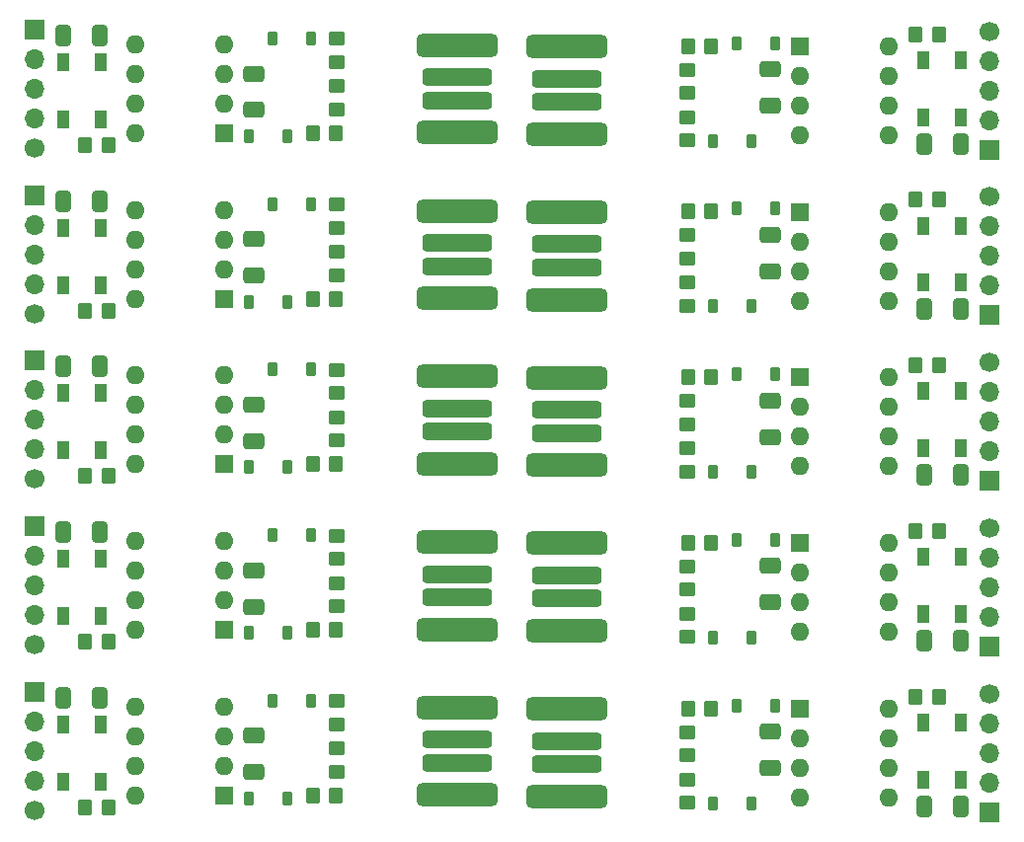
<source format=gbr>
%TF.GenerationSoftware,KiCad,Pcbnew,7.0.7*%
%TF.CreationDate,2023-09-18T18:06:58+02:00*%
%TF.ProjectId,attiny-usb_panel,61747469-6e79-42d7-9573-625f70616e65,rev?*%
%TF.SameCoordinates,Original*%
%TF.FileFunction,Soldermask,Top*%
%TF.FilePolarity,Negative*%
%FSLAX46Y46*%
G04 Gerber Fmt 4.6, Leading zero omitted, Abs format (unit mm)*
G04 Created by KiCad (PCBNEW 7.0.7) date 2023-09-18 18:06:58*
%MOMM*%
%LPD*%
G01*
G04 APERTURE LIST*
G04 Aperture macros list*
%AMRoundRect*
0 Rectangle with rounded corners*
0 $1 Rounding radius*
0 $2 $3 $4 $5 $6 $7 $8 $9 X,Y pos of 4 corners*
0 Add a 4 corners polygon primitive as box body*
4,1,4,$2,$3,$4,$5,$6,$7,$8,$9,$2,$3,0*
0 Add four circle primitives for the rounded corners*
1,1,$1+$1,$2,$3*
1,1,$1+$1,$4,$5*
1,1,$1+$1,$6,$7*
1,1,$1+$1,$8,$9*
0 Add four rect primitives between the rounded corners*
20,1,$1+$1,$2,$3,$4,$5,0*
20,1,$1+$1,$4,$5,$6,$7,0*
20,1,$1+$1,$6,$7,$8,$9,0*
20,1,$1+$1,$8,$9,$2,$3,0*%
G04 Aperture macros list end*
%ADD10RoundRect,0.500000X3.000000X0.500000X-3.000000X0.500000X-3.000000X-0.500000X3.000000X-0.500000X0*%
%ADD11RoundRect,0.375000X2.625000X0.375000X-2.625000X0.375000X-2.625000X-0.375000X2.625000X-0.375000X0*%
%ADD12RoundRect,0.225000X0.225000X0.375000X-0.225000X0.375000X-0.225000X-0.375000X0.225000X-0.375000X0*%
%ADD13RoundRect,0.250000X0.450000X-0.350000X0.450000X0.350000X-0.450000X0.350000X-0.450000X-0.350000X0*%
%ADD14RoundRect,0.250000X0.350000X0.450000X-0.350000X0.450000X-0.350000X-0.450000X0.350000X-0.450000X0*%
%ADD15RoundRect,0.250000X-0.350000X-0.450000X0.350000X-0.450000X0.350000X0.450000X-0.350000X0.450000X0*%
%ADD16RoundRect,0.250000X-0.450000X0.350000X-0.450000X-0.350000X0.450000X-0.350000X0.450000X0.350000X0*%
%ADD17R,1.600000X1.600000*%
%ADD18O,1.600000X1.600000*%
%ADD19R,1.000000X1.500000*%
%ADD20RoundRect,0.250000X0.412500X0.650000X-0.412500X0.650000X-0.412500X-0.650000X0.412500X-0.650000X0*%
%ADD21RoundRect,0.225000X-0.225000X-0.375000X0.225000X-0.375000X0.225000X0.375000X-0.225000X0.375000X0*%
%ADD22RoundRect,0.500000X-3.000000X-0.500000X3.000000X-0.500000X3.000000X0.500000X-3.000000X0.500000X0*%
%ADD23RoundRect,0.375000X-2.625000X-0.375000X2.625000X-0.375000X2.625000X0.375000X-2.625000X0.375000X0*%
%ADD24RoundRect,0.250000X-0.412500X-0.650000X0.412500X-0.650000X0.412500X0.650000X-0.412500X0.650000X0*%
%ADD25RoundRect,0.250000X0.650000X-0.412500X0.650000X0.412500X-0.650000X0.412500X-0.650000X-0.412500X0*%
%ADD26C,1.700000*%
%ADD27O,1.700000X1.700000*%
%ADD28R,1.700000X1.700000*%
%ADD29RoundRect,0.250000X-0.650000X0.412500X-0.650000X-0.412500X0.650000X-0.412500X0.650000X0.412500X0*%
G04 APERTURE END LIST*
D10*
%TO.C,U2*%
X94324000Y-52994000D03*
D11*
X94324000Y-50244000D03*
X94324000Y-48244000D03*
D10*
X94324000Y-45494000D03*
%TD*%
D12*
%TO.C,D2*%
X81794000Y-44910000D03*
X78494000Y-44910000D03*
%TD*%
D13*
%TO.C,R1*%
X83954000Y-46942000D03*
X83954000Y-44942000D03*
%TD*%
D14*
%TO.C,R4*%
X83922000Y-53038000D03*
X81922000Y-53038000D03*
%TD*%
D15*
%TO.C,R3*%
X62380000Y-54054000D03*
X64380000Y-54054000D03*
%TD*%
D16*
%TO.C,R2*%
X83954000Y-49006000D03*
X83954000Y-51006000D03*
%TD*%
D17*
%TO.C,U1*%
X74292000Y-53028000D03*
D18*
X74292000Y-50488000D03*
X74292000Y-47948000D03*
X74292000Y-45408000D03*
X66672000Y-45408000D03*
X66672000Y-47948000D03*
X66672000Y-50488000D03*
X66672000Y-53028000D03*
%TD*%
D12*
%TO.C,D1*%
X79762000Y-53292000D03*
X76462000Y-53292000D03*
%TD*%
D19*
%TO.C,D3*%
X60510000Y-51842000D03*
X63710000Y-51842000D03*
X63710000Y-46942000D03*
X60510000Y-46942000D03*
%TD*%
D20*
%TO.C,C1*%
X63672500Y-44656000D03*
X60547500Y-44656000D03*
%TD*%
D21*
%TO.C,D2*%
X116206000Y-53690000D03*
X119506000Y-53690000D03*
%TD*%
D15*
%TO.C,R4*%
X114078000Y-45562000D03*
X116078000Y-45562000D03*
%TD*%
D22*
%TO.C,U2*%
X103676000Y-45606000D03*
D23*
X103676000Y-48356000D03*
X103676000Y-50356000D03*
D22*
X103676000Y-53106000D03*
%TD*%
D16*
%TO.C,R1*%
X114046000Y-51658000D03*
X114046000Y-53658000D03*
%TD*%
D24*
%TO.C,C1*%
X134327500Y-53944000D03*
X137452500Y-53944000D03*
%TD*%
D19*
%TO.C,D3*%
X137490000Y-46758000D03*
X134290000Y-46758000D03*
X134290000Y-51658000D03*
X137490000Y-51658000D03*
%TD*%
D14*
%TO.C,R3*%
X135620000Y-44546000D03*
X133620000Y-44546000D03*
%TD*%
D25*
%TO.C,C2*%
X121158000Y-50680500D03*
X121158000Y-47555500D03*
%TD*%
D26*
%TO.C,J1*%
X139954000Y-44297000D03*
D27*
X139954000Y-46837000D03*
X139954000Y-49377000D03*
X139954000Y-51917000D03*
D28*
X139954000Y-54457000D03*
%TD*%
D13*
%TO.C,R2*%
X114046000Y-49594000D03*
X114046000Y-47594000D03*
%TD*%
D17*
%TO.C,U1*%
X123708000Y-45572000D03*
D18*
X123708000Y-48112000D03*
X123708000Y-50652000D03*
X123708000Y-53192000D03*
X131328000Y-53192000D03*
X131328000Y-50652000D03*
X131328000Y-48112000D03*
X131328000Y-45572000D03*
%TD*%
D29*
%TO.C,C2*%
X76842000Y-47919500D03*
X76842000Y-51044500D03*
%TD*%
D26*
%TO.C,J1*%
X58046000Y-54303000D03*
D27*
X58046000Y-51763000D03*
X58046000Y-49223000D03*
X58046000Y-46683000D03*
D28*
X58046000Y-44143000D03*
%TD*%
D21*
%TO.C,D1*%
X118238000Y-45308000D03*
X121538000Y-45308000D03*
%TD*%
D10*
%TO.C,U2*%
X94324000Y-67194000D03*
D11*
X94324000Y-64444000D03*
X94324000Y-62444000D03*
D10*
X94324000Y-59694000D03*
%TD*%
D12*
%TO.C,D2*%
X81794000Y-59110000D03*
X78494000Y-59110000D03*
%TD*%
D13*
%TO.C,R1*%
X83954000Y-61142000D03*
X83954000Y-59142000D03*
%TD*%
D14*
%TO.C,R4*%
X83922000Y-67238000D03*
X81922000Y-67238000D03*
%TD*%
D15*
%TO.C,R3*%
X62380000Y-68254000D03*
X64380000Y-68254000D03*
%TD*%
D16*
%TO.C,R2*%
X83954000Y-63206000D03*
X83954000Y-65206000D03*
%TD*%
D17*
%TO.C,U1*%
X74292000Y-67228000D03*
D18*
X74292000Y-64688000D03*
X74292000Y-62148000D03*
X74292000Y-59608000D03*
X66672000Y-59608000D03*
X66672000Y-62148000D03*
X66672000Y-64688000D03*
X66672000Y-67228000D03*
%TD*%
D12*
%TO.C,D1*%
X79762000Y-67492000D03*
X76462000Y-67492000D03*
%TD*%
D19*
%TO.C,D3*%
X60510000Y-66042000D03*
X63710000Y-66042000D03*
X63710000Y-61142000D03*
X60510000Y-61142000D03*
%TD*%
D20*
%TO.C,C1*%
X63672500Y-58856000D03*
X60547500Y-58856000D03*
%TD*%
D21*
%TO.C,D2*%
X116206000Y-67890000D03*
X119506000Y-67890000D03*
%TD*%
D15*
%TO.C,R4*%
X114078000Y-59762000D03*
X116078000Y-59762000D03*
%TD*%
D22*
%TO.C,U2*%
X103676000Y-59806000D03*
D23*
X103676000Y-62556000D03*
X103676000Y-64556000D03*
D22*
X103676000Y-67306000D03*
%TD*%
D16*
%TO.C,R1*%
X114046000Y-65858000D03*
X114046000Y-67858000D03*
%TD*%
D24*
%TO.C,C1*%
X134327500Y-68144000D03*
X137452500Y-68144000D03*
%TD*%
D19*
%TO.C,D3*%
X137490000Y-60958000D03*
X134290000Y-60958000D03*
X134290000Y-65858000D03*
X137490000Y-65858000D03*
%TD*%
D14*
%TO.C,R3*%
X135620000Y-58746000D03*
X133620000Y-58746000D03*
%TD*%
D25*
%TO.C,C2*%
X121158000Y-64880500D03*
X121158000Y-61755500D03*
%TD*%
D26*
%TO.C,J1*%
X139954000Y-58497000D03*
D27*
X139954000Y-61037000D03*
X139954000Y-63577000D03*
X139954000Y-66117000D03*
D28*
X139954000Y-68657000D03*
%TD*%
D13*
%TO.C,R2*%
X114046000Y-63794000D03*
X114046000Y-61794000D03*
%TD*%
D17*
%TO.C,U1*%
X123708000Y-59772000D03*
D18*
X123708000Y-62312000D03*
X123708000Y-64852000D03*
X123708000Y-67392000D03*
X131328000Y-67392000D03*
X131328000Y-64852000D03*
X131328000Y-62312000D03*
X131328000Y-59772000D03*
%TD*%
D29*
%TO.C,C2*%
X76842000Y-62119500D03*
X76842000Y-65244500D03*
%TD*%
D26*
%TO.C,J1*%
X58046000Y-68503000D03*
D27*
X58046000Y-65963000D03*
X58046000Y-63423000D03*
X58046000Y-60883000D03*
D28*
X58046000Y-58343000D03*
%TD*%
D21*
%TO.C,D1*%
X118238000Y-59508000D03*
X121538000Y-59508000D03*
%TD*%
D10*
%TO.C,U2*%
X94324000Y-81394000D03*
D11*
X94324000Y-78644000D03*
X94324000Y-76644000D03*
D10*
X94324000Y-73894000D03*
%TD*%
D12*
%TO.C,D2*%
X81794000Y-73310000D03*
X78494000Y-73310000D03*
%TD*%
D13*
%TO.C,R1*%
X83954000Y-75342000D03*
X83954000Y-73342000D03*
%TD*%
D14*
%TO.C,R4*%
X83922000Y-81438000D03*
X81922000Y-81438000D03*
%TD*%
D15*
%TO.C,R3*%
X62380000Y-82454000D03*
X64380000Y-82454000D03*
%TD*%
D16*
%TO.C,R2*%
X83954000Y-77406000D03*
X83954000Y-79406000D03*
%TD*%
D17*
%TO.C,U1*%
X74292000Y-81428000D03*
D18*
X74292000Y-78888000D03*
X74292000Y-76348000D03*
X74292000Y-73808000D03*
X66672000Y-73808000D03*
X66672000Y-76348000D03*
X66672000Y-78888000D03*
X66672000Y-81428000D03*
%TD*%
D12*
%TO.C,D1*%
X79762000Y-81692000D03*
X76462000Y-81692000D03*
%TD*%
D19*
%TO.C,D3*%
X60510000Y-80242000D03*
X63710000Y-80242000D03*
X63710000Y-75342000D03*
X60510000Y-75342000D03*
%TD*%
D20*
%TO.C,C1*%
X63672500Y-73056000D03*
X60547500Y-73056000D03*
%TD*%
D21*
%TO.C,D2*%
X116206000Y-82090000D03*
X119506000Y-82090000D03*
%TD*%
D15*
%TO.C,R4*%
X114078000Y-73962000D03*
X116078000Y-73962000D03*
%TD*%
D22*
%TO.C,U2*%
X103676000Y-74006000D03*
D23*
X103676000Y-76756000D03*
X103676000Y-78756000D03*
D22*
X103676000Y-81506000D03*
%TD*%
D16*
%TO.C,R1*%
X114046000Y-80058000D03*
X114046000Y-82058000D03*
%TD*%
D24*
%TO.C,C1*%
X134327500Y-82344000D03*
X137452500Y-82344000D03*
%TD*%
D19*
%TO.C,D3*%
X137490000Y-75158000D03*
X134290000Y-75158000D03*
X134290000Y-80058000D03*
X137490000Y-80058000D03*
%TD*%
D14*
%TO.C,R3*%
X135620000Y-72946000D03*
X133620000Y-72946000D03*
%TD*%
D25*
%TO.C,C2*%
X121158000Y-79080500D03*
X121158000Y-75955500D03*
%TD*%
D26*
%TO.C,J1*%
X139954000Y-72697000D03*
D27*
X139954000Y-75237000D03*
X139954000Y-77777000D03*
X139954000Y-80317000D03*
D28*
X139954000Y-82857000D03*
%TD*%
D13*
%TO.C,R2*%
X114046000Y-77994000D03*
X114046000Y-75994000D03*
%TD*%
D17*
%TO.C,U1*%
X123708000Y-73972000D03*
D18*
X123708000Y-76512000D03*
X123708000Y-79052000D03*
X123708000Y-81592000D03*
X131328000Y-81592000D03*
X131328000Y-79052000D03*
X131328000Y-76512000D03*
X131328000Y-73972000D03*
%TD*%
D29*
%TO.C,C2*%
X76842000Y-76319500D03*
X76842000Y-79444500D03*
%TD*%
D26*
%TO.C,J1*%
X58046000Y-82703000D03*
D27*
X58046000Y-80163000D03*
X58046000Y-77623000D03*
X58046000Y-75083000D03*
D28*
X58046000Y-72543000D03*
%TD*%
D21*
%TO.C,D1*%
X118238000Y-73708000D03*
X121538000Y-73708000D03*
%TD*%
D10*
%TO.C,U2*%
X94324000Y-95594000D03*
D11*
X94324000Y-92844000D03*
X94324000Y-90844000D03*
D10*
X94324000Y-88094000D03*
%TD*%
D12*
%TO.C,D2*%
X81794000Y-87510000D03*
X78494000Y-87510000D03*
%TD*%
D13*
%TO.C,R1*%
X83954000Y-89542000D03*
X83954000Y-87542000D03*
%TD*%
D14*
%TO.C,R4*%
X83922000Y-95638000D03*
X81922000Y-95638000D03*
%TD*%
D15*
%TO.C,R3*%
X62380000Y-96654000D03*
X64380000Y-96654000D03*
%TD*%
D16*
%TO.C,R2*%
X83954000Y-91606000D03*
X83954000Y-93606000D03*
%TD*%
D17*
%TO.C,U1*%
X74292000Y-95628000D03*
D18*
X74292000Y-93088000D03*
X74292000Y-90548000D03*
X74292000Y-88008000D03*
X66672000Y-88008000D03*
X66672000Y-90548000D03*
X66672000Y-93088000D03*
X66672000Y-95628000D03*
%TD*%
D12*
%TO.C,D1*%
X79762000Y-95892000D03*
X76462000Y-95892000D03*
%TD*%
D19*
%TO.C,D3*%
X60510000Y-94442000D03*
X63710000Y-94442000D03*
X63710000Y-89542000D03*
X60510000Y-89542000D03*
%TD*%
D20*
%TO.C,C1*%
X63672500Y-87256000D03*
X60547500Y-87256000D03*
%TD*%
D21*
%TO.C,D2*%
X116206000Y-96290000D03*
X119506000Y-96290000D03*
%TD*%
D15*
%TO.C,R4*%
X114078000Y-88162000D03*
X116078000Y-88162000D03*
%TD*%
D22*
%TO.C,U2*%
X103676000Y-88206000D03*
D23*
X103676000Y-90956000D03*
X103676000Y-92956000D03*
D22*
X103676000Y-95706000D03*
%TD*%
D16*
%TO.C,R1*%
X114046000Y-94258000D03*
X114046000Y-96258000D03*
%TD*%
D24*
%TO.C,C1*%
X134327500Y-96544000D03*
X137452500Y-96544000D03*
%TD*%
D19*
%TO.C,D3*%
X137490000Y-89358000D03*
X134290000Y-89358000D03*
X134290000Y-94258000D03*
X137490000Y-94258000D03*
%TD*%
D14*
%TO.C,R3*%
X135620000Y-87146000D03*
X133620000Y-87146000D03*
%TD*%
D25*
%TO.C,C2*%
X121158000Y-93280500D03*
X121158000Y-90155500D03*
%TD*%
D26*
%TO.C,J1*%
X139954000Y-86897000D03*
D27*
X139954000Y-89437000D03*
X139954000Y-91977000D03*
X139954000Y-94517000D03*
D28*
X139954000Y-97057000D03*
%TD*%
D13*
%TO.C,R2*%
X114046000Y-92194000D03*
X114046000Y-90194000D03*
%TD*%
D17*
%TO.C,U1*%
X123708000Y-88172000D03*
D18*
X123708000Y-90712000D03*
X123708000Y-93252000D03*
X123708000Y-95792000D03*
X131328000Y-95792000D03*
X131328000Y-93252000D03*
X131328000Y-90712000D03*
X131328000Y-88172000D03*
%TD*%
D29*
%TO.C,C2*%
X76842000Y-90519500D03*
X76842000Y-93644500D03*
%TD*%
D26*
%TO.C,J1*%
X58046000Y-96903000D03*
D27*
X58046000Y-94363000D03*
X58046000Y-91823000D03*
X58046000Y-89283000D03*
D28*
X58046000Y-86743000D03*
%TD*%
D21*
%TO.C,D1*%
X118238000Y-87908000D03*
X121538000Y-87908000D03*
%TD*%
D12*
%TO.C,D2*%
X81794000Y-101710000D03*
X78494000Y-101710000D03*
%TD*%
D14*
%TO.C,R4*%
X83922000Y-109838000D03*
X81922000Y-109838000D03*
%TD*%
D10*
%TO.C,U2*%
X94324000Y-109794000D03*
D11*
X94324000Y-107044000D03*
X94324000Y-105044000D03*
D10*
X94324000Y-102294000D03*
%TD*%
D13*
%TO.C,R1*%
X83954000Y-103742000D03*
X83954000Y-101742000D03*
%TD*%
D20*
%TO.C,C1*%
X63672500Y-101456000D03*
X60547500Y-101456000D03*
%TD*%
D19*
%TO.C,D3*%
X60510000Y-108642000D03*
X63710000Y-108642000D03*
X63710000Y-103742000D03*
X60510000Y-103742000D03*
%TD*%
D15*
%TO.C,R3*%
X62380000Y-110854000D03*
X64380000Y-110854000D03*
%TD*%
D29*
%TO.C,C2*%
X76842000Y-104719500D03*
X76842000Y-107844500D03*
%TD*%
D26*
%TO.C,J1*%
X58046000Y-111103000D03*
D27*
X58046000Y-108563000D03*
X58046000Y-106023000D03*
X58046000Y-103483000D03*
D28*
X58046000Y-100943000D03*
%TD*%
D16*
%TO.C,R2*%
X83954000Y-105806000D03*
X83954000Y-107806000D03*
%TD*%
D17*
%TO.C,U1*%
X74292000Y-109828000D03*
D18*
X74292000Y-107288000D03*
X74292000Y-104748000D03*
X74292000Y-102208000D03*
X66672000Y-102208000D03*
X66672000Y-104748000D03*
X66672000Y-107288000D03*
X66672000Y-109828000D03*
%TD*%
D12*
%TO.C,D1*%
X79762000Y-110092000D03*
X76462000Y-110092000D03*
%TD*%
D17*
%TO.C,U1*%
X123708000Y-102372000D03*
D18*
X123708000Y-104912000D03*
X123708000Y-107452000D03*
X123708000Y-109992000D03*
X131328000Y-109992000D03*
X131328000Y-107452000D03*
X131328000Y-104912000D03*
X131328000Y-102372000D03*
%TD*%
D25*
%TO.C,C2*%
X121158000Y-107480500D03*
X121158000Y-104355500D03*
%TD*%
D21*
%TO.C,D1*%
X118238000Y-102108000D03*
X121538000Y-102108000D03*
%TD*%
D14*
%TO.C,R3*%
X135620000Y-101346000D03*
X133620000Y-101346000D03*
%TD*%
D24*
%TO.C,C1*%
X134327500Y-110744000D03*
X137452500Y-110744000D03*
%TD*%
D19*
%TO.C,D3*%
X137490000Y-103558000D03*
X134290000Y-103558000D03*
X134290000Y-108458000D03*
X137490000Y-108458000D03*
%TD*%
D13*
%TO.C,R2*%
X114046000Y-106394000D03*
X114046000Y-104394000D03*
%TD*%
D21*
%TO.C,D2*%
X116206000Y-110490000D03*
X119506000Y-110490000D03*
%TD*%
D16*
%TO.C,R1*%
X114046000Y-108458000D03*
X114046000Y-110458000D03*
%TD*%
D15*
%TO.C,R4*%
X114078000Y-102362000D03*
X116078000Y-102362000D03*
%TD*%
D22*
%TO.C,U2*%
X103676000Y-102406000D03*
D23*
X103676000Y-105156000D03*
X103676000Y-107156000D03*
D22*
X103676000Y-109906000D03*
%TD*%
D26*
%TO.C,J1*%
X139954000Y-101097000D03*
D27*
X139954000Y-103637000D03*
X139954000Y-106177000D03*
X139954000Y-108717000D03*
D28*
X139954000Y-111257000D03*
%TD*%
M02*

</source>
